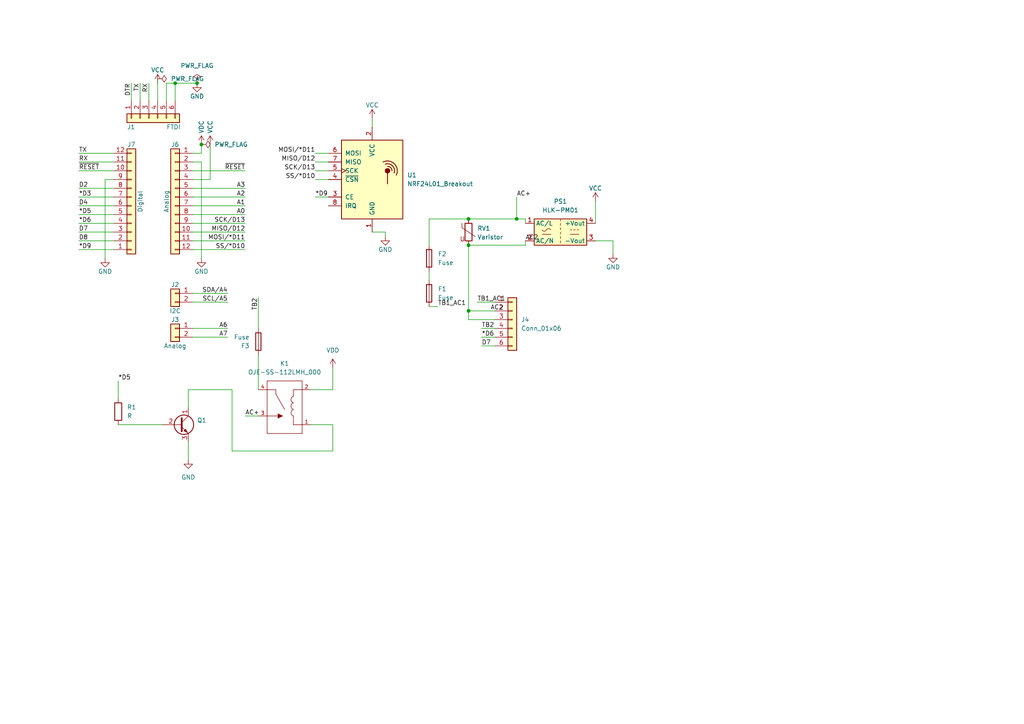
<source format=kicad_sch>
(kicad_sch (version 20250114) (generator "eeschema") (generator_version "9.0")
  (paper "A4")
  (title_block (date "sam. 04 avril 2015"))
  (lib_symbols
    (symbol "Connector_Generic:Conn_01x02" (pin_names (offset 1.016) (hide yes))
      (property "Reference" "J" (at 0 2.54 0))
      (property "Value" "Conn_01x02" (at 0 -5.08 0))
      (symbol "Conn_01x02_1_1"
        (rectangle (start -1.27 1.27) (end 1.27 -3.81) (stroke (width 0.254)) (fill (type background)))
        (rectangle (start -1.27 0.127) (end 0 -0.127) (stroke (width 0.1524)))
        (rectangle (start -1.27 -2.413) (end 0 -2.667) (stroke (width 0.1524)))
        (pin passive line (at -5.08 0 0) (length 3.81) (name "Pin_1") (number "1"))
        (pin passive line (at -5.08 -2.54 0) (length 3.81) (name "Pin_2") (number "2"))
      )
    )
    (symbol "Connector_Generic:Conn_01x06" (pin_names (offset 1.016) (hide yes))
      (property "Reference" "J" (at 0 7.62 0))
      (property "Value" "Conn_01x06" (at 0 -10.16 0))
      (symbol "Conn_01x06_1_1"
        (rectangle (start -1.27 6.35) (end 1.27 -8.89) (stroke (width 0.254)) (fill (type background)))
        (rectangle (start -1.27 5.207) (end 0 4.953) (stroke (width 0.1524)))
        (rectangle (start -1.27 2.667) (end 0 2.413) (stroke (width 0.1524)))
        (rectangle (start -1.27 0.127) (end 0 -0.127) (stroke (width 0.1524)))
        (rectangle (start -1.27 -2.413) (end 0 -2.667) (stroke (width 0.1524)))
        (rectangle (start -1.27 -4.953) (end 0 -5.207) (stroke (width 0.1524)))
        (rectangle (start -1.27 -7.493) (end 0 -7.747) (stroke (width 0.1524)))
        (pin passive line (at -5.08 5.08 0) (length 3.81) (name "Pin_1") (number "1"))
        (pin passive line (at -5.08 2.54 0) (length 3.81) (name "Pin_2") (number "2"))
        (pin passive line (at -5.08 0 0) (length 3.81) (name "Pin_3") (number "3"))
        (pin passive line (at -5.08 -2.54 0) (length 3.81) (name "Pin_4") (number "4"))
        (pin passive line (at -5.08 -5.08 0) (length 3.81) (name "Pin_5") (number "5"))
        (pin passive line (at -5.08 -7.62 0) (length 3.81) (name "Pin_6") (number "6"))
      )
    )
    (symbol "Connector_Generic:Conn_01x12" (pin_names (offset 1.016) (hide yes))
      (property "Reference" "J" (at 0 15.24 0))
      (property "Value" "Conn_01x12" (at 0 -17.78 0))
      (symbol "Conn_01x12_1_1"
        (rectangle (start -1.27 13.97) (end 1.27 -16.51) (stroke (width 0.254)) (fill (type background)))
        (rectangle (start -1.27 12.827) (end 0 12.573) (stroke (width 0.1524)))
        (rectangle (start -1.27 10.287) (end 0 10.033) (stroke (width 0.1524)))
        (rectangle (start -1.27 7.747) (end 0 7.493) (stroke (width 0.1524)))
        (rectangle (start -1.27 5.207) (end 0 4.953) (stroke (width 0.1524)))
        (rectangle (start -1.27 2.667) (end 0 2.413) (stroke (width 0.1524)))
        (rectangle (start -1.27 0.127) (end 0 -0.127) (stroke (width 0.1524)))
        (rectangle (start -1.27 -2.413) (end 0 -2.667) (stroke (width 0.1524)))
        (rectangle (start -1.27 -4.953) (end 0 -5.207) (stroke (width 0.1524)))
        (rectangle (start -1.27 -7.493) (end 0 -7.747) (stroke (width 0.1524)))
        (rectangle (start -1.27 -10.033) (end 0 -10.287) (stroke (width 0.1524)))
        (rectangle (start -1.27 -12.573) (end 0 -12.827) (stroke (width 0.1524)))
        (rectangle (start -1.27 -15.113) (end 0 -15.367) (stroke (width 0.1524)))
        (pin passive line (at -5.08 12.7 0) (length 3.81) (name "Pin_1") (number "1"))
        (pin passive line (at -5.08 10.16 0) (length 3.81) (name "Pin_2") (number "2"))
        (pin passive line (at -5.08 7.62 0) (length 3.81) (name "Pin_3") (number "3"))
        (pin passive line (at -5.08 5.08 0) (length 3.81) (name "Pin_4") (number "4"))
        (pin passive line (at -5.08 2.54 0) (length 3.81) (name "Pin_5") (number "5"))
        (pin passive line (at -5.08 0 0) (length 3.81) (name "Pin_6") (number "6"))
        (pin passive line (at -5.08 -2.54 0) (length 3.81) (name "Pin_7") (number "7"))
        (pin passive line (at -5.08 -5.08 0) (length 3.81) (name "Pin_8") (number "8"))
        (pin passive line (at -5.08 -7.62 0) (length 3.81) (name "Pin_9") (number "9"))
        (pin passive line (at -5.08 -10.16 0) (length 3.81) (name "Pin_10") (number "10"))
        (pin passive line (at -5.08 -12.7 0) (length 3.81) (name "Pin_11") (number "11"))
        (pin passive line (at -5.08 -15.24 0) (length 3.81) (name "Pin_12") (number "12"))
      )
    )
    (symbol "Converter_ACDC:HLK-PM01"
      (property "Reference" "PS" (at 0 5.08 0))
      (property "Value" "HLK-PM01" (at 0 -5.08 0))
      (symbol "HLK-PM01_0_1"
        (rectangle (start -7.62 3.81) (end 7.62 -3.81) (stroke (width 0.254)) (fill (type background)))
        (polyline (pts (xy -5.334 -0.635) (xy -2.794 -0.635)))
        (arc (start -4.064 0.635) (mid -4.699 0.2495) (end -5.334 0.635))
        (arc (start -4.064 0.635) (mid -3.429 1.0072) (end -2.794 0.635))
        (polyline (pts (xy 0 3.81) (xy 0 3.175)))
        (polyline (pts (xy 0 2.54) (xy 0 1.905)))
        (polyline (pts (xy 0 1.27) (xy 0 0.635)))
        (polyline (pts (xy 0 0) (xy 0 -0.635)))
        (polyline (pts (xy 0 -1.27) (xy 0 -1.905)))
        (polyline (pts (xy 0 -2.54) (xy 0 -3.175)))
        (polyline (pts (xy 2.794 0.635) (xy 3.302 0.635)))
        (polyline (pts (xy 2.794 -0.635) (xy 5.334 -0.635)))
        (polyline (pts (xy 3.81 0.635) (xy 4.318 0.635)))
        (polyline (pts (xy 4.826 0.635) (xy 5.334 0.635)))
      )
      (symbol "HLK-PM01_1_1"
        (pin power_in line (at -10.16 2.54 0) (length 2.54) (name "AC/L") (number "1"))
        (pin power_in line (at -10.16 -2.54 0) (length 2.54) (name "AC/N") (number "2"))
        (pin power_out line (at 10.16 2.54 180) (length 2.54) (name "+Vout") (number "4"))
        (pin power_out line (at 10.16 -2.54 180) (length 2.54) (name "-Vout") (number "3"))
      )
    )
    (symbol "Device:Fuse" (pin_numbers (hide yes)) (pin_names (offset 0))
      (property "Reference" "F" (at 2.032 0 90))
      (property "Value" "Fuse" (at -1.905 0 90))
      (symbol "Fuse_0_1"
        (rectangle (start -0.762 -2.54) (end 0.762 2.54) (stroke (width 0.254)))
        (polyline (pts (xy 0 2.54) (xy 0 -2.54)))
      )
      (symbol "Fuse_1_1"
        (pin passive line (at 0 3.81 270) (length 1.27) (name "~") (number "1"))
        (pin passive line (at 0 -3.81 90) (length 1.27) (name "~") (number "2"))
      )
    )
    (symbol "Device:R" (pin_numbers (hide yes)) (pin_names (offset 0))
      (property "Reference" "R" (at 2.032 0 90))
      (property "Value" "R" (at 0 0 90))
      (symbol "R_0_1"
        (rectangle (start -1.016 -2.54) (end 1.016 2.54) (stroke (width 0.254)))
      )
      (symbol "R_1_1"
        (pin passive line (at 0 3.81 270) (length 1.27) (name "~") (number "1"))
        (pin passive line (at 0 -3.81 90) (length 1.27) (name "~") (number "2"))
      )
    )
    (symbol "Device:Varistor" (pin_numbers (hide yes)) (pin_names (offset 0))
      (property "Reference" "RV" (at 3.175 0 90))
      (property "Value" "Varistor" (at -3.175 0 90))
      (symbol "Varistor_0_0"
        (text "U" (at -1.778 -2.032 0) (effects (font (size 1.27 1.27))))
      )
      (symbol "Varistor_0_1"
        (polyline (pts (xy -1.905 2.54) (xy -1.905 1.27) (xy 1.905 -1.27)))
        (rectangle (start -1.016 -2.54) (end 1.016 2.54) (stroke (width 0.254)))
      )
      (symbol "Varistor_1_1"
        (pin passive line (at 0 3.81 270) (length 1.27) (name "~") (number "1"))
        (pin passive line (at 0 -3.81 90) (length 1.27) (name "~") (number "2"))
      )
    )
    (symbol "GND_1" (power) (pin_names (offset 0))
      (property "Value" "GND" (at 0 -3.81 0))
      (symbol "GND_1_0_1"
        (polyline (pts (xy 0 0) (xy 0 -1.27) (xy 1.27 -1.27) (xy 0 -2.54) (xy -1.27 -1.27) (xy 0 -1.27)))
      )
      (symbol "GND_1_1_1"
        (pin power_in line (at 0 0 270) (length 0) (hide yes) (name "GND") (number "1"))
      )
    )
    (symbol "OJE-SS-112LMH_000:OJE-SS-112LMH_000" (pin_names (offset 1.016))
      (property "Reference" "K" (at -5.0813 7.622 0))
      (property "Value" "OJE-SS-112LMH_000" (at -5.0845 -10.169 0))
      (symbol "OJE-SS-112LMH_000_0_0"
        (polyline (pts (xy -5.08 7.62) (xy -5.08 -7.62)) (stroke (width 0.1524)))
        (polyline (pts (xy -5.08 5.08) (xy -2.54 5.08)) (stroke (width 0.1524)))
        (polyline (pts (xy -5.08 -5.08) (xy -2.54 -5.08)) (stroke (width 0.1524)))
        (polyline (pts (xy -5.08 -7.62) (xy 5.08 -7.62)) (stroke (width 0.1524)))
        (arc (start -2.54 2.54) (mid -1.8535 1.5875) (end -2.54 0.635) (stroke (width 0.1524)))
        (arc (start -2.54 0.635) (mid -1.8535 -0.3175) (end -2.54 -1.27) (stroke (width 0.1524)))
        (arc (start -2.54 -1.27) (mid -1.8535 -2.2225) (end -2.54 -3.175) (stroke (width 0.1524)))
        (polyline (pts (xy -2.54 5.08) (xy -2.54 2.54)) (stroke (width 0.1524)))
        (polyline (pts (xy -2.54 -5.08) (xy -2.54 -3.175)) (stroke (width 0.1524)))
        (polyline (pts (xy 0.635 2.54) (xy 5.08 2.54)) (stroke (width 0.1524)))
        (polyline (pts (xy 0.635 2.54) (xy 1.905 1.905) (xy 1.905 3.175) (xy 0.635 2.54)) (stroke (width 0.1524)) (fill (type outline)))
        (polyline (pts (xy 2.54 -3.81) (xy 0 0.635)) (stroke (width 0.1524)))
        (polyline (pts (xy 2.54 -5.08) (xy 2.54 -3.81)) (stroke (width 0.1524)))
        (polyline (pts (xy 2.54 -5.08) (xy 5.08 -5.08)) (stroke (width 0.1524)))
        (polyline (pts (xy 5.08 7.62) (xy -5.08 7.62)) (stroke (width 0.1524)))
        (polyline (pts (xy 5.08 7.62) (xy 5.08 2.54)) (stroke (width 0.1524)))
        (polyline (pts (xy 5.08 2.54) (xy 5.08 -7.62)) (stroke (width 0.1524)))
        (pin passive line (at -7.62 5.08 0) (length 2.54) (name "~") (number "1"))
        (pin passive line (at -7.62 -5.08 0) (length 2.54) (name "~") (number "2"))
        (pin passive line (at 7.62 2.54 180) (length 2.54) (name "~") (number "3"))
        (pin passive line (at 7.62 -5.08 180) (length 2.54) (name "~") (number "4"))
      )
    )
    (symbol "RF:NRF24L01_Breakout" (pin_names (offset 1.016))
      (property "Reference" "U" (at -8.89 12.7 0))
      (property "Value" "NRF24L01_Breakout" (at 3.81 12.7 0))
      (symbol "NRF24L01_Breakout_0_1"
        (rectangle (start -8.89 11.43) (end 8.89 -11.43) (stroke (width 0.254)) (fill (type background)))
        (arc (start 3.175 5.08) (mid 6.453 4.548) (end 6.985 1.27) (stroke (width 0.254)))
        (circle (center 4.445 2.54) (radius 0.635) (stroke (width 0.254)) (fill (type outline)))
        (polyline (pts (xy 4.445 1.905) (xy 4.445 -1.27)) (stroke (width 0.254)))
        (arc (start 3.81 4.445) (mid 5.8835 3.9785) (end 6.35 1.905) (stroke (width 0.254)))
        (arc (start 4.445 3.81) (mid 5.3558 3.4508) (end 5.715 2.54) (stroke (width 0.254)))
      )
      (symbol "NRF24L01_Breakout_1_1"
        (pin input line (at -12.7 7.62 0) (length 3.81) (name "MOSI") (number "6"))
        (pin output line (at -12.7 5.08 0) (length 3.81) (name "MISO") (number "7"))
        (pin input clock (at -12.7 2.54 0) (length 3.81) (name "SCK") (number "5"))
        (pin input line (at -12.7 0 0) (length 3.81) (name "~{CSN}") (number "4"))
        (pin input line (at -12.7 -5.08 0) (length 3.81) (name "CE") (number "3"))
        (pin output line (at -12.7 -7.62 0) (length 3.81) (name "IRQ") (number "8"))
        (pin power_in line (at 0 15.24 270) (length 3.81) (name "VCC") (number "2"))
        (pin power_in line (at 0 -15.24 90) (length 3.81) (name "GND") (number "1"))
      )
    )
    (symbol "Transistor_BJT:BC547" (pin_names (offset 0) (hide yes))
      (property "Reference" "Q" (at 5.08 1.905 0))
      (property "Value" "BC547" (at 5.08 0 0))
      (symbol "BC547_0_1"
        (polyline (pts (xy 0 0) (xy 0.635 0)))
        (polyline (pts (xy 0.635 1.905) (xy 0.635 -1.905) (xy 0.635 -1.905)) (stroke (width 0.508)))
        (polyline (pts (xy 0.635 0.635) (xy 2.54 2.54)))
        (polyline (pts (xy 0.635 -0.635) (xy 2.54 -2.54) (xy 2.54 -2.54)))
        (circle (center 1.27 0) (radius 2.8194) (stroke (width 0.254)))
        (polyline (pts (xy 1.27 -1.778) (xy 1.778 -1.27) (xy 2.286 -2.286) (xy 1.27 -1.778) (xy 1.27 -1.778)) (fill (type outline)))
      )
      (symbol "BC547_1_1"
        (pin input line (at -5.08 0 0) (length 5.08) (name "B") (number "2"))
        (pin passive line (at 2.54 5.08 270) (length 2.54) (name "C") (number "1"))
        (pin passive line (at 2.54 -5.08 90) (length 2.54) (name "E") (number "3"))
      )
    )
    (symbol "power:GND" (power) (pin_names (offset 0))
      (property "Value" "GND" (at 0 -3.81 0))
      (symbol "GND_0_1"
        (polyline (pts (xy 0 0) (xy 0 -1.27) (xy 1.27 -1.27) (xy 0 -2.54) (xy -1.27 -1.27) (xy 0 -1.27)))
      )
      (symbol "GND_1_1"
        (pin power_in line (at 0 0 270) (length 0) (hide yes) (name "GND") (number "1"))
      )
    )
    (symbol "power:PWR_FLAG" (power) (pin_numbers (hide yes)) (pin_names (offset 0) (hide yes))
      (property "Value" "PWR_FLAG" (at 0 3.81 0))
      (symbol "PWR_FLAG_0_0"
        (pin power_out line (at 0 0 90) (length 0) (name "pwr") (number "1"))
      )
      (symbol "PWR_FLAG_0_1"
        (polyline (pts (xy 0 0) (xy 0 1.27) (xy -1.016 1.905) (xy 0 2.54) (xy 1.016 1.905) (xy 0 1.27)))
      )
    )
    (symbol "power:VCC" (power) (pin_names (offset 0))
      (property "Value" "VCC" (at 0 3.81 0))
      (symbol "VCC_0_1"
        (polyline (pts (xy -0.762 1.27) (xy 0 2.54)))
        (polyline (pts (xy 0 2.54) (xy 0.762 1.27)))
        (polyline (pts (xy 0 0) (xy 0 2.54)))
      )
      (symbol "VCC_1_1"
        (pin power_in line (at 0 0 90) (length 0) (hide yes) (name "VCC") (number "1"))
      )
    )
    (symbol "power:VDC" (power) (pin_names (offset 0))
      (property "Value" "VDC" (at 0 6.35 0))
      (symbol "VDC_0_1"
        (polyline (pts (xy -0.762 1.27) (xy 0 2.54)))
        (polyline (pts (xy 0 2.54) (xy 0.762 1.27)))
        (polyline (pts (xy 0 0) (xy 0 2.54)))
      )
      (symbol "VDC_1_1"
        (pin power_in line (at 0 0 90) (length 0) (hide yes) (name "VDC") (number "1"))
      )
    )
    (symbol "power:VDD" (power) (pin_names (offset 0))
      (property "Value" "VDD" (at 0 3.81 0))
      (symbol "VDD_0_1"
        (polyline (pts (xy -0.762 1.27) (xy 0 2.54)))
        (polyline (pts (xy 0 2.54) (xy 0.762 1.27)))
        (polyline (pts (xy 0 0) (xy 0 2.54)))
      )
      (symbol "VDD_1_1"
        (pin power_in line (at 0 0 90) (length 0) (hide yes) (name "VDD") (number "1"))
      )
    )
  )
  (junction (at 135.89 90.17))
  (junction (at 135.89 71.12))
  (junction (at 149.86 63.5))
  (junction (at 57.15 24.13))
  (junction (at 58.42 41.91))
  (junction (at 50.8 24.13))
  (junction (at 135.89 63.5))
  (wire (pts (xy 48.26 24.13) (xy 48.26 29.21)))
  (wire (pts (xy 138.43 87.63) (xy 143.51 87.63)))
  (wire (pts (xy 111.76 67.31) (xy 111.76 68.58)))
  (wire (pts (xy 55.88 44.45) (xy 58.42 44.45)))
  (wire (pts (xy 58.42 41.91) (xy 58.42 44.45)))
  (wire (pts (xy 172.72 58.42) (xy 172.72 64.77)))
  (wire (pts (xy 22.86 69.85) (xy 33.02 69.85)))
  (wire (pts (xy 149.86 63.5) (xy 152.4 63.5)))
  (wire (pts (xy 30.48 52.07) (xy 30.48 74.93)))
  (wire (pts (xy 107.95 67.31) (xy 111.76 67.31)))
  (wire (pts (xy 124.46 71.12) (xy 124.46 63.5)))
  (wire (pts (xy 55.88 59.69) (xy 71.12 59.69)))
  (wire (pts (xy 177.8 69.85) (xy 177.8 73.66)))
  (wire (pts (xy 55.88 97.79) (xy 66.04 97.79)))
  (wire (pts (xy 55.88 72.39) (xy 71.12 72.39)))
  (wire (pts (xy 71.12 120.65) (xy 74.93 120.65)))
  (wire (pts (xy 172.72 69.85) (xy 177.8 69.85)))
  (wire (pts (xy 55.88 69.85) (xy 71.12 69.85)))
  (wire (pts (xy 58.42 46.99) (xy 58.42 74.93)))
  (wire (pts (xy 90.17 123.19) (xy 96.52 123.19)))
  (wire (pts (xy 54.61 128.27) (xy 54.61 133.35)))
  (wire (pts (xy 91.44 46.99) (xy 95.25 46.99)))
  (wire (pts (xy 55.88 54.61) (xy 71.12 54.61)))
  (wire (pts (xy 55.88 57.15) (xy 71.12 57.15)))
  (wire (pts (xy 139.7 97.79) (xy 143.51 97.79)))
  (wire (pts (xy 60.96 41.91) (xy 60.96 52.07)))
  (wire (pts (xy 96.52 130.81) (xy 96.52 123.19)))
  (wire (pts (xy 22.86 46.99) (xy 33.02 46.99)))
  (wire (pts (xy 135.89 71.12) (xy 135.89 90.17)))
  (wire (pts (xy 152.4 71.12) (xy 152.4 69.85)))
  (wire (pts (xy 40.64 24.13) (xy 40.64 29.21)))
  (wire (pts (xy 139.7 95.25) (xy 143.51 95.25)))
  (wire (pts (xy 55.88 52.07) (xy 60.96 52.07)))
  (wire (pts (xy 149.86 57.15) (xy 149.86 63.5)))
  (wire (pts (xy 22.86 57.15) (xy 33.02 57.15)))
  (wire (pts (xy 22.86 44.45) (xy 33.02 44.45)))
  (wire (pts (xy 30.48 52.07) (xy 33.02 52.07)))
  (wire (pts (xy 55.88 85.09) (xy 66.04 85.09)))
  (wire (pts (xy 55.88 62.23) (xy 71.12 62.23)))
  (wire (pts (xy 67.31 130.81) (xy 96.52 130.81)))
  (wire (pts (xy 135.89 90.17) (xy 135.89 92.71)))
  (wire (pts (xy 124.46 78.74) (xy 124.46 81.28)))
  (wire (pts (xy 55.88 67.31) (xy 71.12 67.31)))
  (wire (pts (xy 43.18 24.13) (xy 43.18 29.21)))
  (wire (pts (xy 135.89 71.12) (xy 152.4 71.12)))
  (wire (pts (xy 91.44 52.07) (xy 95.25 52.07)))
  (wire (pts (xy 22.86 54.61) (xy 33.02 54.61)))
  (wire (pts (xy 91.44 57.15) (xy 95.25 57.15)))
  (wire (pts (xy 22.86 72.39) (xy 33.02 72.39)))
  (wire (pts (xy 74.93 113.03) (xy 74.93 102.87)))
  (wire (pts (xy 48.26 24.13) (xy 50.8 24.13)))
  (wire (pts (xy 67.31 113.03) (xy 67.31 130.81)))
  (wire (pts (xy 107.95 34.29) (xy 107.95 36.83)))
  (wire (pts (xy 152.4 63.5) (xy 152.4 64.77)))
  (wire (pts (xy 90.17 113.03) (xy 96.52 113.03)))
  (wire (pts (xy 124.46 63.5) (xy 135.89 63.5)))
  (wire (pts (xy 91.44 44.45) (xy 95.25 44.45)))
  (wire (pts (xy 91.44 49.53) (xy 95.25 49.53)))
  (wire (pts (xy 22.86 59.69) (xy 33.02 59.69)))
  (wire (pts (xy 55.88 49.53) (xy 71.12 49.53)))
  (wire (pts (xy 22.86 64.77) (xy 33.02 64.77)))
  (wire (pts (xy 139.7 100.33) (xy 143.51 100.33)))
  (wire (pts (xy 135.89 90.17) (xy 143.51 90.17)))
  (wire (pts (xy 74.93 95.25) (xy 74.93 86.36)))
  (wire (pts (xy 34.29 123.19) (xy 46.99 123.19)))
  (wire (pts (xy 22.86 62.23) (xy 33.02 62.23)))
  (wire (pts (xy 127 88.9) (xy 124.46 88.9)))
  (wire (pts (xy 55.88 95.25) (xy 66.04 95.25)))
  (wire (pts (xy 135.89 63.5) (xy 149.86 63.5)))
  (wire (pts (xy 54.61 113.03) (xy 67.31 113.03)))
  (wire (pts (xy 22.86 67.31) (xy 33.02 67.31)))
  (wire (pts (xy 55.88 87.63) (xy 66.04 87.63)))
  (wire (pts (xy 34.29 110.49) (xy 34.29 115.57)))
  (wire (pts (xy 135.89 92.71) (xy 143.51 92.71)))
  (wire (pts (xy 55.88 64.77) (xy 71.12 64.77)))
  (wire (pts (xy 45.72 22.86) (xy 45.72 29.21)))
  (wire (pts (xy 55.88 46.99) (xy 58.42 46.99)))
  (wire (pts (xy 50.8 24.13) (xy 50.8 29.21)))
  (wire (pts (xy 54.61 118.11) (xy 54.61 113.03)))
  (wire (pts (xy 50.8 24.13) (xy 57.15 24.13)))
  (wire (pts (xy 22.86 49.53) (xy 33.02 49.53)))
  (wire (pts (xy 96.52 106.68) (xy 96.52 113.03)))
  (wire (pts (xy 38.1 24.13) (xy 38.1 29.21)))
  (label "*D6" (at 139.7 97.79 0))
  (label "D4" (at 22.86 59.69 0))
  (label "RX" (at 43.18 24.13 270))
  (label "MISO{slash}D12" (at 71.12 67.31 180))
  (label "TB1_AC1" (at 138.43 87.63 0))
  (label "TX" (at 22.86 44.45 0))
  (label "*D9" (at 91.44 57.15 0))
  (label "SCK{slash}D13" (at 91.44 49.53 180))
  (label "AC2" (at 142.24 90.17 0))
  (label "AC+" (at 149.86 57.15 0))
  (label "A2" (at 71.12 57.15 180))
  (label "A0" (at 71.12 62.23 180))
  (label "MOSI{slash}*D11" (at 71.12 69.85 180))
  (label "MOSI{slash}*D11" (at 91.44 44.45 180))
  (label "TB1_AC1" (at 127 88.9 0))
  (label "SDA{slash}A4" (at 66.04 85.09 180))
  (label "D7" (at 139.7 100.33 0))
  (label "*D3" (at 22.86 57.15 0))
  (label "D2" (at 22.86 54.61 0))
  (label "DTR" (at 38.1 24.13 270))
  (label "*D5" (at 22.86 62.23 0))
  (label "*D6" (at 22.86 64.77 0))
  (label "AC+" (at 71.12 120.65 0))
  (label "D8" (at 22.86 69.85 0))
  (label "*D9" (at 22.86 72.39 0))
  (label "~{RESET}" (at 71.12 49.53 180))
  (label "SS{slash}*D10" (at 91.44 52.07 180))
  (label "A1" (at 71.12 59.69 180))
  (label "RX" (at 22.86 46.99 0))
  (label "A6" (at 66.04 95.25 180))
  (label "MISO{slash}D12" (at 91.44 46.99 180))
  (label "TB2" (at 139.7 95.25 0))
  (label "*D5" (at 34.29 110.49 0))
  (label "TX" (at 40.64 24.13 270))
  (label "D7" (at 22.86 67.31 0))
  (label "A3" (at 71.12 54.61 180))
  (label "~{RESET}" (at 22.86 49.53 0))
  (label "SCL{slash}A5" (at 66.04 87.63 180))
  (label "SS{slash}*D10" (at 71.12 72.39 180))
  (label "TB2" (at 74.93 86.36 270))
  (label "AC2" (at 152.4 69.85 0))
  (label "SCK{slash}D13" (at 71.12 64.77 180))
  (label "A7" (at 66.04 97.79 180))
  (symbol (lib_id "Connector_Generic:Conn_01x12") (at 38.1 59.69 0) (mirror x) (unit 1)
    (property "Reference" "J7" (at 38.1 41.91 0))
    (property "Value" "Digital" (at 40.64 58.42 90))
    (property "Footprint" "Connector_PinHeader_2.54mm:PinHeader_1x12_P2.54mm_Vertical" (effects (hide yes)))
  )
  (symbol (lib_id "Connector_Generic:Conn_01x12") (at 50.8 57.15 0) (mirror y) (unit 1)
    (property "Reference" "J6" (at 50.8 41.91 0))
    (property "Value" "Analog" (at 48.26 58.42 90))
    (property "Footprint" "Connector_PinHeader_2.54mm:PinHeader_1x12_P2.54mm_Vertical" (effects (hide yes)))
  )
  (symbol (lib_id "power:VCC") (at 45.72 24.13 0) (unit 1)
    (property "Reference" "#PWR0101" (effects (hide yes)))
    (property "Value" "VCC" (at 45.72 20.32 0))
  )
  (symbol (lib_id "RF:NRF24L01_Breakout") (at 107.95 52.07 0) (unit 1)
    (property "Reference" "U1" (at 118.11 50.7999 0) (effects (justify left)))
    (property "Value" "NRF24L01_Breakout" (at 118.11 53.3399 0) (effects (justify left)))
    (property "Footprint" "RF_Module:nRF24L01_Breakout" (effects (hide yes)))
    (property "Datasheet" "http://www.nordicsemi.com/eng/content/download/2730/34105/file/nRF24L01_Product_Specification_v2_0.pdf" (effects (hide yes)))
    (property "Description" "Ultra low power 2.4GHz RF Transceiver, Carrier PCB" (effects (hide yes)))
  )
  (symbol (lib_id "Converter_ACDC:HLK-PM01") (at 162.56 67.31 0) (unit 1)
    (property "Reference" "PS1" (at 162.56 58.42 0))
    (property "Value" "HLK-PM01" (at 162.56 60.96 0))
    (property "Footprint" "Converter_ACDC:Converter_ACDC_Hi-Link_HLK-PMxx" (effects (hide yes)))
    (property "Datasheet" "https://h.hlktech.com/download/ACDC%E7%94%B5%E6%BA%90%E6%A8%A1%E5%9D%973W%E7%B3%BB%E5%88%97/1/%E6%B5%B7%E5%87%8C%E7%A7%913W%E7%B3%BB%E5%88%97%E7%94%B5%E6%BA%90%E6%A8%A1%E5%9D%97%E8%A7%84%E6%A0%BC%E4%B9%A6V2.8.pdf" (effects (hide yes)))
    (property "Description" "Compact AC/DC board mount power module 3W 5V" (effects (hide yes)))
  )
  (symbol (lib_id "power:GND") (at 58.42 74.93 0) (unit 1)
    (property "Reference" "#PWR0106" (effects (hide yes)))
    (property "Value" "GND" (at 58.42 78.74 0))
  )
  (symbol (lib_id "Connector_Generic:Conn_01x02") (at 50.8 95.25 0) (mirror y) (unit 1)
    (property "Reference" "J3" (at 50.8 92.71 0))
    (property "Value" "Analog" (at 50.8 100.33 0))
    (property "Footprint" "Connector_PinHeader_2.54mm:PinHeader_1x02_P2.54mm_Vertical" (effects (hide yes)))
  )
  (symbol (lib_id "power:PWR_FLAG") (at 57.15 24.13 0) (unit 1)
    (property "Reference" "#FLG01" (effects (hide yes)))
    (property "Value" "PWR_FLAG" (at 57.15 19.05 0))
    (property "Description" "Special symbol for telling ERC where power comes from" (effects (hide yes)))
  )
  (symbol (lib_id "Device:Fuse") (at 74.93 99.06 180) (unit 1)
    (property "Reference" "F3" (at 72.39 100.3301 0) (effects (justify left)))
    (property "Value" "Fuse" (at 72.39 97.7901 0) (effects (justify left)))
    (property "Footprint" "Fuse:Fuseholder_Cylinder-5x20mm_Schurter_0031_8201_Horizontal_Open" (effects (hide yes)))
    (property "Description" "Fuse" (effects (hide yes)))
  )
  (symbol (lib_id "power:GND") (at 30.48 74.93 0) (unit 1)
    (property "Reference" "#PWR0105" (effects (hide yes)))
    (property "Value" "GND" (at 30.48 78.74 0))
  )
  (symbol (lib_id "Device:Varistor") (at 135.89 67.31 0) (unit 1)
    (property "Reference" "RV1" (at 138.43 66.2332 0) (effects (justify left)))
    (property "Value" "Varistor" (at 138.43 68.7732 0) (effects (justify left)))
    (property "Footprint" "Varistor:RV_Disc_D12mm_W6.2mm_P7.5mm" (effects (hide yes)))
    (property "Description" "Voltage dependent resistor" (effects (hide yes)))
    (property "Sim.Name" "kicad_builtin_varistor" (effects (hide yes)))
    (property "Sim.Device" "SUBCKT" (effects (hide yes)))
    (property "Sim.Pins" "1=A 2=B" (effects (hide yes)))
    (property "Sim.Params" "threshold=1k" (effects (hide yes)))
    (property "Sim.Library" "${KICAD7_SYMBOL_DIR}/Simulation_SPICE.sp" (effects (hide yes)))
  )
  (symbol (lib_id "Device:Fuse") (at 124.46 85.09 0) (unit 1)
    (property "Reference" "F1" (at 127 83.8199 0) (effects (justify left)))
    (property "Value" "Fuse" (at 127 86.3599 0) (effects (justify left)))
    (property "Footprint" "Fuse:Fuseholder_Cylinder-5x20mm_Schurter_0031_8201_Horizontal_Open" (effects (hide yes)))
    (property "Description" "Fuse" (effects (hide yes)))
  )
  (symbol (lib_id "power:GND") (at 177.8 73.66 0) (unit 1)
    (property "Reference" "#PWR04" (effects (hide yes)))
    (property "Value" "GND" (at 177.8 77.47 0))
  )
  (symbol (lib_name "GND_1") (lib_id "power:GND") (at 54.61 133.35 0) (unit 1)
    (property "Reference" "#PWR06" (effects (hide yes)))
    (property "Value" "GND" (at 54.61 138.43 0))
    (property "Description" "Power symbol creates a global label with name \"GND\" , ground" (effects (hide yes)))
  )
  (symbol (lib_id "Connector_Generic:Conn_01x06") (at 148.59 92.71 0) (unit 1)
    (property "Reference" "J4" (at 151.13 92.7099 0) (effects (justify left)))
    (property "Value" "Conn_01x06" (at 151.13 95.2499 0) (effects (justify left)))
    (property "Footprint" "TerminalBlock:TerminalBlock_bornier-6_P5.08mm" (effects (hide yes)))
    (property "Description" "Generic connector, single row, 01x06, script generated (kicad-library-utils/schlib/autogen/connector/)" (effects (hide yes)))
  )
  (symbol (lib_id "Device:R") (at 34.29 119.38 0) (unit 1)
    (property "Reference" "R1" (at 36.83 118.1099 0) (effects (justify left)))
    (property "Value" "R" (at 36.83 120.6499 0) (effects (justify left)))
    (property "Footprint" "Resistor_SMD:R_1206_3216Metric_Pad1.30x1.75mm_HandSolder" (effects (hide yes)))
    (property "Description" "Resistor" (effects (hide yes)))
  )
  (symbol (lib_id "OJE-SS-112LMH_000:OJE-SS-112LMH_000") (at 82.55 118.11 180) (unit 1)
    (property "Reference" "K1" (at 82.55 105.41 0))
    (property "Value" "OJE-SS-112LMH_000" (at 82.55 107.95 0))
    (property "Footprint" "OJE-SS-112LMH_000.:TE_5-1419128-0" (effects (hide yes)))
    (property "Comment" "5-1419128-0" (effects (hide yes)))
    (property "MF" "TE Connectivity" (effects (hide yes)))
    (property "Description_1" "General Purpose Relay SPST-NO (1 Form A) 12VDC Coil Through Hole" (effects (hide yes)))
    (property "Package" "None" (effects (hide yes)))
    (property "Price" "None" (effects (hide yes)))
    (property "Check_prices" "https://www.snapeda.com/parts/OJE-SS-112LMH,000/TE+Connectivity+Potter+%2526+Brumfield+Relays/view-part/?ref=eda" (effects (hide yes)))
    (property "PART_REV" "G" (effects (hide yes)))
    (property "STANDARD" "Manufacturer Recommendation" (effects (hide yes)))
    (property "SnapEDA_Link" "https://www.snapeda.com/parts/OJE-SS-112LMH,000/TE+Connectivity+Potter+%2526+Brumfield+Relays/view-part/?ref=snap" (effects (hide yes)))
    (property "MP" "OJE-SS-112LMH,000" (effects (hide yes)))
    (property "Availability" "In Stock" (effects (hide yes)))
    (property "MANUFACTURER" "TE Connectivity" (effects (hide yes)))
  )
  (symbol (lib_id "Device:Fuse") (at 124.46 74.93 0) (unit 1)
    (property "Reference" "F2" (at 127 73.6599 0) (effects (justify left)))
    (property "Value" "Fuse" (at 127 76.1999 0) (effects (justify left)))
    (property "Footprint" "Resistor_THT:R_Axial_DIN0414_L11.9mm_D4.5mm_P15.24mm_Horizontal" (effects (hide yes)))
    (property "Description" "Fuse" (effects (hide yes)))
  )
  (symbol (lib_id "power:VDC") (at 58.42 41.91 0) (unit 1)
    (property "Reference" "#PWR0103" (effects (hide yes)))
    (property "Value" "VDC" (at 58.42 36.83 90))
  )
  (symbol (lib_id "Transistor_BJT:BC547") (at 52.07 123.19 0) (unit 1)
    (property "Reference" "Q1" (at 57.15 121.9199 0) (effects (justify left)))
    (property "Value" "BC547" (effects (hide yes)))
    (property "Footprint" "Package_TO_SOT_THT:TO-92_Inline" (effects (hide yes)))
    (property "Datasheet" "https://www.onsemi.com/pub/Collateral/BC550-D.pdf" (effects (hide yes)))
    (property "Description" "0.1A Ic, 45V Vce, Small Signal NPN Transistor, TO-92" (effects (hide yes)))
  )
  (symbol (lib_id "Connector_Generic:Conn_01x06") (at 43.18 34.29 90) (mirror x) (unit 1)
    (property "Reference" "J1" (at 36.83 36.83 90) (effects (justify right)))
    (property "Value" "FTDI" (at 48.26 36.83 90) (effects (justify right)))
    (property "Footprint" "Connector_PinHeader_2.54mm:PinHeader_1x06_P2.54mm_Horizontal" (effects (hide yes)))
  )
  (symbol (lib_id "power:PWR_FLAG") (at 58.42 41.91 270) (unit 1)
    (property "Reference" "#FLG03" (effects (hide yes)))
    (property "Value" "PWR_FLAG" (at 62.23 41.9099 90) (effects (justify left)))
    (property "Description" "Special symbol for telling ERC where power comes from" (effects (hide yes)))
  )
  (symbol (lib_id "power:PWR_FLAG") (at 45.72 22.86 270) (unit 1)
    (property "Reference" "#FLG02" (effects (hide yes)))
    (property "Value" "PWR_FLAG" (at 49.53 22.8599 90) (effects (justify left)))
    (property "Description" "Special symbol for telling ERC where power comes from" (effects (hide yes)))
  )
  (symbol (lib_id "power:GND") (at 111.76 68.58 0) (unit 1)
    (property "Reference" "#PWR01" (effects (hide yes)))
    (property "Value" "GND" (at 111.76 72.39 0))
  )
  (symbol (lib_id "power:VCC") (at 107.95 34.29 0) (unit 1)
    (property "Reference" "#PWR02" (effects (hide yes)))
    (property "Value" "VCC" (at 107.95 30.48 0))
  )
  (symbol (lib_id "power:VCC") (at 60.96 41.91 0) (unit 1)
    (property "Reference" "#PWR0102" (effects (hide yes)))
    (property "Value" "VCC" (at 60.96 36.83 90))
  )
  (symbol (lib_id "power:GND") (at 57.15 24.13 0) (unit 1)
    (property "Reference" "#PWR0104" (effects (hide yes)))
    (property "Value" "GND" (at 57.15 27.94 0))
  )
  (symbol (lib_id "Connector_Generic:Conn_01x02") (at 50.8 85.09 0) (mirror y) (unit 1)
    (property "Reference" "J2" (at 50.8 82.55 0))
    (property "Value" "I2C" (at 50.8 90.17 0))
    (property "Footprint" "Connector_PinHeader_2.54mm:PinHeader_1x02_P2.54mm_Vertical" (effects (hide yes)))
  )
  (symbol (lib_id "power:VDD") (at 96.52 106.68 0) (mirror y) (unit 1)
    (property "Reference" "#PWR05" (effects (hide yes)))
    (property "Value" "VDD" (at 96.52 101.6 0))
    (property "Description" "Power symbol creates a global label with name \"VDD\"" (effects (hide yes)))
  )
  (symbol (lib_id "power:VCC") (at 172.72 58.42 0) (unit 1)
    (property "Reference" "#PWR03" (effects (hide yes)))
    (property "Value" "VCC" (at 172.72 54.61 0))
  )
)
</source>
